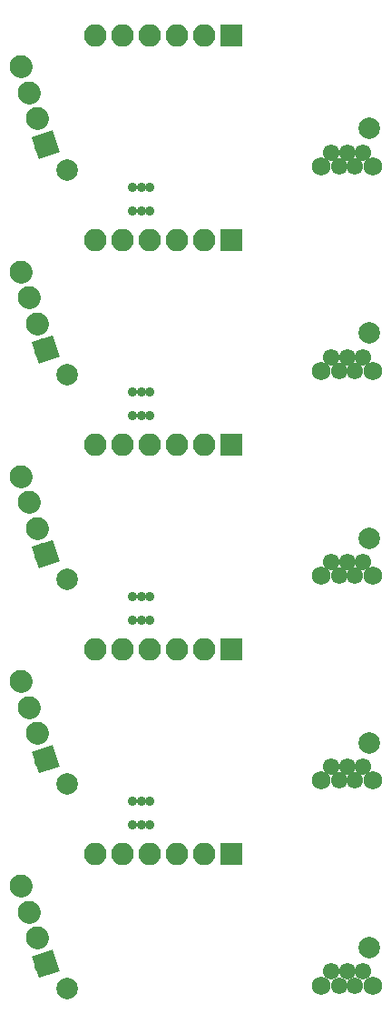
<source format=gts>
G04 #@! TF.GenerationSoftware,KiCad,Pcbnew,5.0.0-fee4fd1~66~ubuntu16.04.1*
G04 #@! TF.CreationDate,2018-10-22T20:15:58+02:00*
G04 #@! TF.ProjectId,WiRoc_NanoPi_SideOledPCB_v1_Panelized,5769526F635F4E616E6F50695F536964,rev?*
G04 #@! TF.SameCoordinates,Original*
G04 #@! TF.FileFunction,Soldermask,Top*
G04 #@! TF.FilePolarity,Negative*
%FSLAX46Y46*%
G04 Gerber Fmt 4.6, Leading zero omitted, Abs format (unit mm)*
G04 Created by KiCad (PCBNEW 5.0.0-fee4fd1~66~ubuntu16.04.1) date Mon Oct 22 20:15:58 2018*
%MOMM*%
%LPD*%
G01*
G04 APERTURE LIST*
%ADD10C,0.900000*%
%ADD11C,2.000000*%
%ADD12C,2.100000*%
%ADD13C,2.100000*%
%ADD14C,0.100000*%
%ADD15C,1.750000*%
%ADD16C,1.550000*%
%ADD17O,2.100000X2.100000*%
%ADD18R,2.100000X2.100000*%
G04 APERTURE END LIST*
D10*
G04 #@! TO.C,mouse-bite-2.54mm-slot*
X135000000Y-152773000D03*
X135000000Y-154973000D03*
X135800000Y-152773000D03*
X134200000Y-152773000D03*
X134200000Y-154973000D03*
X135800000Y-154973000D03*
G04 #@! TD*
G04 #@! TO.C,mouse-bite-2.54mm-slot*
X135000000Y-133707000D03*
X135000000Y-135907000D03*
X135800000Y-133707000D03*
X134200000Y-133707000D03*
X134200000Y-135907000D03*
X135800000Y-135907000D03*
G04 #@! TD*
G04 #@! TO.C,mouse-bite-2.54mm-slot*
X135000000Y-114641000D03*
X135000000Y-116841000D03*
X135800000Y-114641000D03*
X134200000Y-114641000D03*
X134200000Y-116841000D03*
X135800000Y-116841000D03*
G04 #@! TD*
D11*
G04 #@! TO.C,FID1*
X128074420Y-170205900D03*
G04 #@! TD*
G04 #@! TO.C,FID1*
X128074420Y-151139900D03*
G04 #@! TD*
G04 #@! TO.C,FID1*
X128074420Y-132073900D03*
G04 #@! TD*
G04 #@! TO.C,FID1*
X128074420Y-113007900D03*
G04 #@! TD*
G04 #@! TO.C,FID2*
X156268420Y-166367960D03*
G04 #@! TD*
G04 #@! TO.C,FID2*
X156268420Y-147301960D03*
G04 #@! TD*
G04 #@! TO.C,FID2*
X156268420Y-128235960D03*
G04 #@! TD*
G04 #@! TO.C,FID2*
X156268420Y-109169960D03*
G04 #@! TD*
D12*
G04 #@! TO.C,J2*
X123728891Y-160623949D03*
D13*
X123728891Y-160623949D02*
X123728891Y-160623949D01*
D12*
X124513794Y-163039633D03*
D13*
X124513794Y-163039633D02*
X124513794Y-163039633D01*
D12*
X125298697Y-165455316D03*
D13*
X125298697Y-165455316D02*
X125298697Y-165455316D01*
D12*
X126083600Y-167871000D03*
D14*
G36*
X126757741Y-166547923D02*
X127406677Y-168545141D01*
X125409459Y-169194077D01*
X124760523Y-167196859D01*
X126757741Y-166547923D01*
X126757741Y-166547923D01*
G37*
G04 #@! TD*
D12*
G04 #@! TO.C,J2*
X123728891Y-141557949D03*
D13*
X123728891Y-141557949D02*
X123728891Y-141557949D01*
D12*
X124513794Y-143973633D03*
D13*
X124513794Y-143973633D02*
X124513794Y-143973633D01*
D12*
X125298697Y-146389316D03*
D13*
X125298697Y-146389316D02*
X125298697Y-146389316D01*
D12*
X126083600Y-148805000D03*
D14*
G36*
X126757741Y-147481923D02*
X127406677Y-149479141D01*
X125409459Y-150128077D01*
X124760523Y-148130859D01*
X126757741Y-147481923D01*
X126757741Y-147481923D01*
G37*
G04 #@! TD*
D12*
G04 #@! TO.C,J2*
X123728891Y-122491949D03*
D13*
X123728891Y-122491949D02*
X123728891Y-122491949D01*
D12*
X124513794Y-124907633D03*
D13*
X124513794Y-124907633D02*
X124513794Y-124907633D01*
D12*
X125298697Y-127323316D03*
D13*
X125298697Y-127323316D02*
X125298697Y-127323316D01*
D12*
X126083600Y-129739000D03*
D14*
G36*
X126757741Y-128415923D02*
X127406677Y-130413141D01*
X125409459Y-131062077D01*
X124760523Y-129064859D01*
X126757741Y-128415923D01*
X126757741Y-128415923D01*
G37*
G04 #@! TD*
D12*
G04 #@! TO.C,J2*
X123728891Y-103425949D03*
D13*
X123728891Y-103425949D02*
X123728891Y-103425949D01*
D12*
X124513794Y-105841633D03*
D13*
X124513794Y-105841633D02*
X124513794Y-105841633D01*
D12*
X125298697Y-108257316D03*
D13*
X125298697Y-108257316D02*
X125298697Y-108257316D01*
D12*
X126083600Y-110673000D03*
D14*
G36*
X126757741Y-109349923D02*
X127406677Y-111347141D01*
X125409459Y-111996077D01*
X124760523Y-109998859D01*
X126757741Y-109349923D01*
X126757741Y-109349923D01*
G37*
G04 #@! TD*
D15*
G04 #@! TO.C,J1*
X151803400Y-169893000D03*
X156603400Y-169893000D03*
D16*
X154953400Y-169893000D03*
X153453400Y-169893000D03*
X152703400Y-168593000D03*
X154203400Y-168593000D03*
X155703400Y-168593000D03*
G04 #@! TD*
D15*
G04 #@! TO.C,J1*
X151803400Y-150827000D03*
X156603400Y-150827000D03*
D16*
X154953400Y-150827000D03*
X153453400Y-150827000D03*
X152703400Y-149527000D03*
X154203400Y-149527000D03*
X155703400Y-149527000D03*
G04 #@! TD*
D15*
G04 #@! TO.C,J1*
X151803400Y-131761000D03*
X156603400Y-131761000D03*
D16*
X154953400Y-131761000D03*
X153453400Y-131761000D03*
X152703400Y-130461000D03*
X154203400Y-130461000D03*
X155703400Y-130461000D03*
G04 #@! TD*
D15*
G04 #@! TO.C,J1*
X151803400Y-112695000D03*
X156603400Y-112695000D03*
D16*
X154953400Y-112695000D03*
X153453400Y-112695000D03*
X152703400Y-111395000D03*
X154203400Y-111395000D03*
X155703400Y-111395000D03*
G04 #@! TD*
D17*
G04 #@! TO.C,J3*
X130720600Y-157671000D03*
X133260600Y-157671000D03*
X135800600Y-157671000D03*
X138340600Y-157671000D03*
X140880600Y-157671000D03*
D18*
X143420600Y-157671000D03*
G04 #@! TD*
D17*
G04 #@! TO.C,J3*
X130720600Y-138605000D03*
X133260600Y-138605000D03*
X135800600Y-138605000D03*
X138340600Y-138605000D03*
X140880600Y-138605000D03*
D18*
X143420600Y-138605000D03*
G04 #@! TD*
D17*
G04 #@! TO.C,J3*
X130720600Y-119539000D03*
X133260600Y-119539000D03*
X135800600Y-119539000D03*
X138340600Y-119539000D03*
X140880600Y-119539000D03*
D18*
X143420600Y-119539000D03*
G04 #@! TD*
D17*
G04 #@! TO.C,J3*
X130720600Y-100473000D03*
X133260600Y-100473000D03*
X135800600Y-100473000D03*
X138340600Y-100473000D03*
X140880600Y-100473000D03*
D18*
X143420600Y-100473000D03*
G04 #@! TD*
D11*
G04 #@! TO.C,FID2*
X156268420Y-90103960D03*
G04 #@! TD*
D12*
G04 #@! TO.C,J2*
X126083600Y-91607000D03*
D14*
G36*
X126757741Y-90283923D02*
X127406677Y-92281141D01*
X125409459Y-92930077D01*
X124760523Y-90932859D01*
X126757741Y-90283923D01*
X126757741Y-90283923D01*
G37*
D12*
X125298697Y-89191316D03*
D13*
X125298697Y-89191316D02*
X125298697Y-89191316D01*
D12*
X124513794Y-86775633D03*
D13*
X124513794Y-86775633D02*
X124513794Y-86775633D01*
D12*
X123728891Y-84359949D03*
D13*
X123728891Y-84359949D02*
X123728891Y-84359949D01*
G04 #@! TD*
D18*
G04 #@! TO.C,J3*
X143420600Y-81407000D03*
D17*
X140880600Y-81407000D03*
X138340600Y-81407000D03*
X135800600Y-81407000D03*
X133260600Y-81407000D03*
X130720600Y-81407000D03*
G04 #@! TD*
D11*
G04 #@! TO.C,FID1*
X128074420Y-93941900D03*
G04 #@! TD*
D16*
G04 #@! TO.C,J1*
X155703400Y-92329000D03*
X154203400Y-92329000D03*
X152703400Y-92329000D03*
X153453400Y-93629000D03*
X154953400Y-93629000D03*
D15*
X156603400Y-93629000D03*
X151803400Y-93629000D03*
G04 #@! TD*
D10*
G04 #@! TO.C,mouse-bite-2.54mm-slot*
X135800000Y-97775000D03*
X134200000Y-97775000D03*
X134200000Y-95575000D03*
X135800000Y-95575000D03*
X135000000Y-97775000D03*
X135000000Y-95575000D03*
G04 #@! TD*
M02*

</source>
